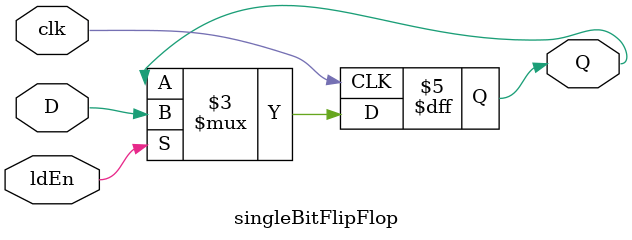
<source format=v>

module singleBitFlipFlop(D,	// Data input 
			clk,	// clock input
			ldEn,	// rst
			Q);	// output Q 
input 	D, 
	clk,
	ldEn; 
output reg Q; 

always @(posedge clk) begin
	 if(ldEn == 1'b1) //if ldEn is enabled
	 	Q <= D; //Q <= 0 -> respA
			//Q <= 1 -> respB
end 
endmodule 



</source>
